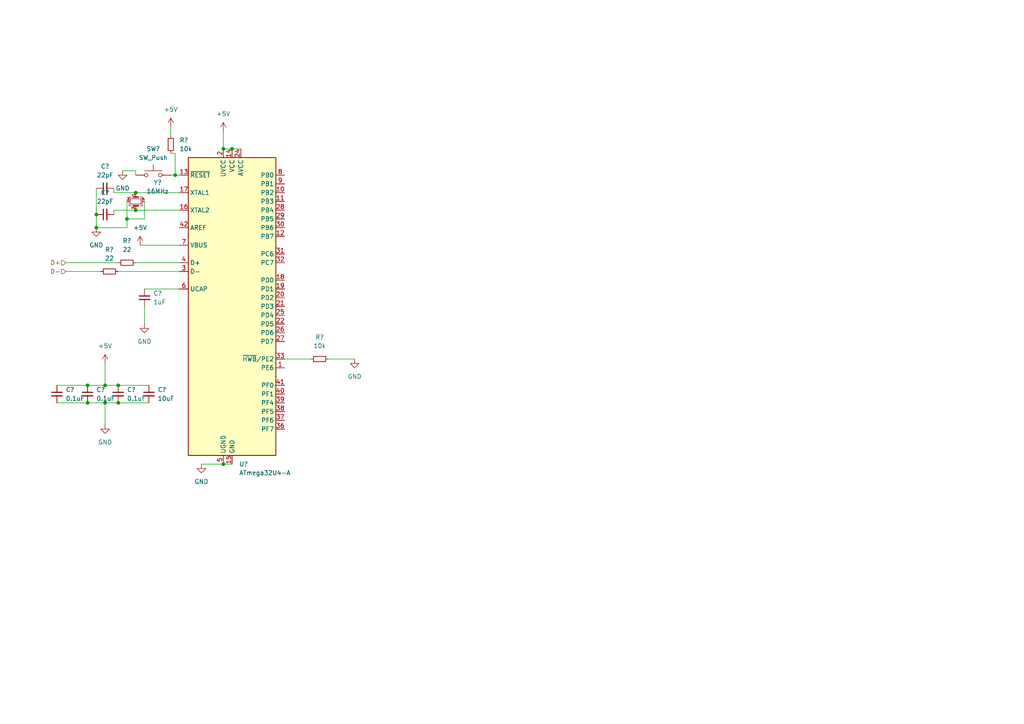
<source format=kicad_sch>
(kicad_sch (version 20211123) (generator eeschema)
  (paper "A4")
  (lib_symbols
    (symbol "Device:C_Small" (pin_numbers hide) (pin_names (offset 0.254) hide)
      (property "Reference" "C" (at 0.254 1.778 0))
      (property "Value" "C_Small" (at 0.254 -2.032 0))
      (symbol "C_Small_0_1"
        (polyline (pts (xy -1.524 -0.508) (xy 1.524 -0.508)) (stroke (width 0.3302)))
        (polyline (pts (xy -1.524 0.508) (xy 1.524 0.508)) (stroke (width 0.3048)))
      )
      (symbol "C_Small_1_1"
        (pin passive line (at 0 2.54 270) (length 2.032) (name "~") (number "1"))
        (pin passive line (at 0 -2.54 90) (length 2.032) (name "~") (number "2"))
      )
    )
    (symbol "Device:Crystal_GND24_Small" (pin_names (offset 1.016) hide)
      (property "Reference" "Y" (at 1.27 4.445 0))
      (property "Value" "Crystal_GND24_Small" (at 1.27 2.54 0))
      (symbol "Crystal_GND24_Small_0_1"
        (rectangle (start -0.762 -1.524) (end 0.762 1.524))
        (polyline (pts (xy -1.27 -0.762) (xy -1.27 0.762)) (stroke (width 0.381)))
        (polyline (pts (xy 1.27 -0.762) (xy 1.27 0.762)) (stroke (width 0.381)))
        (polyline (pts (xy -1.27 -1.27) (xy -1.27 -1.905) (xy 1.27 -1.905) (xy 1.27 -1.27)))
        (polyline (pts (xy -1.27 1.27) (xy -1.27 1.905) (xy 1.27 1.905) (xy 1.27 1.27)))
      )
      (symbol "Crystal_GND24_Small_1_1"
        (pin passive line (at -2.54 0 0) (length 1.27) (name "1") (number "1"))
        (pin passive line (at 0 -2.54 90) (length 0.635) (name "2") (number "2"))
        (pin passive line (at 2.54 0 180) (length 1.27) (name "3") (number "3"))
        (pin passive line (at 0 2.54 270) (length 0.635) (name "4") (number "4"))
      )
    )
    (symbol "Device:R_Small" (pin_numbers hide) (pin_names (offset 0.254) hide)
      (property "Reference" "R" (at 0.762 0.508 0))
      (property "Value" "R_Small" (at 0.762 -1.016 0))
      (symbol "R_Small_0_1"
        (rectangle (start -0.762 1.778) (end 0.762 -1.778) (stroke (width 0.2032)))
      )
      (symbol "R_Small_1_1"
        (pin passive line (at 0 2.54 270) (length 0.762) (name "~") (number "1"))
        (pin passive line (at 0 -2.54 90) (length 0.762) (name "~") (number "2"))
      )
    )
    (symbol "MCU_Microchip_ATmega:ATmega32U4-A"
      (property "Reference" "U" (at -12.7 44.45 0))
      (property "Value" "ATmega32U4-A" (at 2.54 -44.45 0))
      (symbol "ATmega32U4-A_0_1"
        (rectangle (start -12.7 -43.18) (end 12.7 43.18) (stroke (width 0.254)) (fill (type background)))
      )
      (symbol "ATmega32U4-A_1_1"
        (pin bidirectional line (at 15.24 -17.78 180) (length 2.54) (name "PE6") (number "1"))
        (pin bidirectional line (at 15.24 33.02 180) (length 2.54) (name "PB2") (number "10"))
        (pin bidirectional line (at 15.24 30.48 180) (length 2.54) (name "PB3") (number "11"))
        (pin bidirectional line (at 15.24 20.32 180) (length 2.54) (name "PB7") (number "12"))
        (pin input line (at -15.24 38.1 0) (length 2.54) (name "~{RESET}") (number "13"))
        (pin power_in line (at 0 45.72 270) (length 2.54) (name "VCC") (number "14"))
        (pin power_in line (at 0 -45.72 90) (length 2.54) (name "GND") (number "15"))
        (pin output line (at -15.24 27.94 0) (length 2.54) (name "XTAL2") (number "16"))
        (pin input line (at -15.24 33.02 0) (length 2.54) (name "XTAL1") (number "17"))
        (pin bidirectional line (at 15.24 7.62 180) (length 2.54) (name "PD0") (number "18"))
        (pin bidirectional line (at 15.24 5.08 180) (length 2.54) (name "PD1") (number "19"))
        (pin power_in line (at -2.54 45.72 270) (length 2.54) (name "UVCC") (number "2"))
        (pin bidirectional line (at 15.24 2.54 180) (length 2.54) (name "PD2") (number "20"))
        (pin bidirectional line (at 15.24 0 180) (length 2.54) (name "PD3") (number "21"))
        (pin bidirectional line (at 15.24 -5.08 180) (length 2.54) (name "PD5") (number "22"))
        (pin passive line (at 0 -45.72 90) (length 2.54) hide (name "GND") (number "23"))
        (pin power_in line (at 2.54 45.72 270) (length 2.54) (name "AVCC") (number "24"))
        (pin bidirectional line (at 15.24 -2.54 180) (length 2.54) (name "PD4") (number "25"))
        (pin bidirectional line (at 15.24 -7.62 180) (length 2.54) (name "PD6") (number "26"))
        (pin bidirectional line (at 15.24 -10.16 180) (length 2.54) (name "PD7") (number "27"))
        (pin bidirectional line (at 15.24 27.94 180) (length 2.54) (name "PB4") (number "28"))
        (pin bidirectional line (at 15.24 25.4 180) (length 2.54) (name "PB5") (number "29"))
        (pin bidirectional line (at -15.24 10.16 0) (length 2.54) (name "D-") (number "3"))
        (pin bidirectional line (at 15.24 22.86 180) (length 2.54) (name "PB6") (number "30"))
        (pin bidirectional line (at 15.24 15.24 180) (length 2.54) (name "PC6") (number "31"))
        (pin bidirectional line (at 15.24 12.7 180) (length 2.54) (name "PC7") (number "32"))
        (pin bidirectional line (at 15.24 -15.24 180) (length 2.54) (name "~{HWB}/PE2") (number "33"))
        (pin passive line (at 0 45.72 270) (length 2.54) hide (name "VCC") (number "34"))
        (pin passive line (at 0 -45.72 90) (length 2.54) hide (name "GND") (number "35"))
        (pin bidirectional line (at 15.24 -35.56 180) (length 2.54) (name "PF7") (number "36"))
        (pin bidirectional line (at 15.24 -33.02 180) (length 2.54) (name "PF6") (number "37"))
        (pin bidirectional line (at 15.24 -30.48 180) (length 2.54) (name "PF5") (number "38"))
        (pin bidirectional line (at 15.24 -27.94 180) (length 2.54) (name "PF4") (number "39"))
        (pin bidirectional line (at -15.24 12.7 0) (length 2.54) (name "D+") (number "4"))
        (pin bidirectional line (at 15.24 -25.4 180) (length 2.54) (name "PF1") (number "40"))
        (pin bidirectional line (at 15.24 -22.86 180) (length 2.54) (name "PF0") (number "41"))
        (pin passive line (at -15.24 22.86 0) (length 2.54) (name "AREF") (number "42"))
        (pin passive line (at 0 -45.72 90) (length 2.54) hide (name "GND") (number "43"))
        (pin passive line (at 2.54 45.72 270) (length 2.54) hide (name "AVCC") (number "44"))
        (pin passive line (at -2.54 -45.72 90) (length 2.54) (name "UGND") (number "5"))
        (pin passive line (at -15.24 5.08 0) (length 2.54) (name "UCAP") (number "6"))
        (pin input line (at -15.24 17.78 0) (length 2.54) (name "VBUS") (number "7"))
        (pin bidirectional line (at 15.24 38.1 180) (length 2.54) (name "PB0") (number "8"))
        (pin bidirectional line (at 15.24 35.56 180) (length 2.54) (name "PB1") (number "9"))
      )
    )
    (symbol "Switch:SW_Push" (pin_numbers hide) (pin_names (offset 1.016) hide)
      (property "Reference" "SW" (at 1.27 2.54 0))
      (property "Value" "SW_Push" (at 0 -1.524 0))
      (symbol "SW_Push_0_1"
        (circle (center -2.032 0) (radius 0.508))
        (polyline (pts (xy 0 1.27) (xy 0 3.048)))
        (polyline (pts (xy 2.54 1.27) (xy -2.54 1.27)))
        (circle (center 2.032 0) (radius 0.508))
        (pin passive line (at -5.08 0 0) (length 2.54) (name "1") (number "1"))
        (pin passive line (at 5.08 0 180) (length 2.54) (name "2") (number "2"))
      )
    )
    (symbol "power:+5V" (power) (pin_names (offset 0))
      (property "Value" "+5V" (at 0 3.556 0))
      (symbol "+5V_0_1"
        (polyline (pts (xy -0.762 1.27) (xy 0 2.54)))
        (polyline (pts (xy 0 0) (xy 0 2.54)))
        (polyline (pts (xy 0 2.54) (xy 0.762 1.27)))
      )
      (symbol "+5V_1_1"
        (pin power_in line (at 0 0 90) (length 0) hide (name "+5V") (number "1"))
      )
    )
    (symbol "power:GND" (power) (pin_names (offset 0))
      (property "Value" "GND" (at 0 -3.81 0))
      (symbol "GND_0_1"
        (polyline (pts (xy 0 0) (xy 0 -1.27) (xy 1.27 -1.27) (xy 0 -2.54) (xy -1.27 -1.27) (xy 0 -1.27)))
      )
      (symbol "GND_1_1"
        (pin power_in line (at 0 0 270) (length 0) hide (name "GND") (number "1"))
      )
    )
  )
  (junction (at 27.94 62.23))
  (junction (at 39.37 55.88))
  (junction (at 67.31 43.18))
  (junction (at 50.8 50.8))
  (junction (at 27.94 66.04))
  (junction (at 34.29 111.76))
  (junction (at 36.83 63.5))
  (junction (at 64.77 134.62))
  (junction (at 30.48 116.84))
  (junction (at 39.37 60.96))
  (junction (at 25.4 111.76))
  (junction (at 25.4 116.84))
  (junction (at 34.29 116.84))
  (junction (at 64.77 43.18))
  (junction (at 30.48 111.76))
  (wire (pts (xy 49.53 36.83) (xy 49.53 39.37)))
  (wire (pts (xy 49.53 50.8) (xy 50.8 50.8)))
  (wire (pts (xy 82.55 104.14) (xy 90.17 104.14)))
  (wire (pts (xy 41.91 83.82) (xy 52.07 83.82)))
  (wire (pts (xy 35.56 49.53) (xy 39.37 49.53)))
  (wire (pts (xy 40.64 71.12) (xy 52.07 71.12)))
  (wire (pts (xy 95.25 104.14) (xy 102.87 104.14)))
  (wire (pts (xy 36.83 63.5) (xy 41.91 63.5)))
  (wire (pts (xy 36.83 58.42) (xy 36.83 63.5)))
  (wire (pts (xy 39.37 55.88) (xy 33.02 55.88)))
  (wire (pts (xy 33.02 60.96) (xy 33.02 62.23)))
  (wire (pts (xy 39.37 50.8) (xy 39.37 49.53)))
  (wire (pts (xy 27.94 62.23) (xy 27.94 66.04)))
  (wire (pts (xy 64.77 134.62) (xy 67.31 134.62)))
  (wire (pts (xy 33.02 54.61) (xy 33.02 55.88)))
  (wire (pts (xy 16.51 116.84) (xy 25.4 116.84)))
  (wire (pts (xy 30.48 105.41) (xy 30.48 111.76)))
  (wire (pts (xy 19.05 78.74) (xy 29.21 78.74)))
  (wire (pts (xy 50.8 44.45) (xy 49.53 44.45)))
  (wire (pts (xy 64.77 43.18) (xy 67.31 43.18)))
  (wire (pts (xy 34.29 111.76) (xy 43.18 111.76)))
  (wire (pts (xy 39.37 60.96) (xy 33.02 60.96)))
  (wire (pts (xy 39.37 60.96) (xy 52.07 60.96)))
  (wire (pts (xy 16.51 111.76) (xy 25.4 111.76)))
  (wire (pts (xy 64.77 134.62) (xy 58.42 134.62)))
  (wire (pts (xy 30.48 123.19) (xy 30.48 116.84)))
  (wire (pts (xy 30.48 111.76) (xy 34.29 111.76)))
  (wire (pts (xy 34.29 116.84) (xy 43.18 116.84)))
  (wire (pts (xy 25.4 116.84) (xy 30.48 116.84)))
  (wire (pts (xy 34.29 78.74) (xy 52.07 78.74)))
  (wire (pts (xy 39.37 76.2) (xy 52.07 76.2)))
  (wire (pts (xy 36.83 63.5) (xy 36.83 66.04)))
  (wire (pts (xy 27.94 54.61) (xy 27.94 62.23)))
  (wire (pts (xy 50.8 50.8) (xy 52.07 50.8)))
  (wire (pts (xy 25.4 111.76) (xy 30.48 111.76)))
  (wire (pts (xy 19.05 76.2) (xy 34.29 76.2)))
  (wire (pts (xy 41.91 88.9) (xy 41.91 93.98)))
  (wire (pts (xy 41.91 58.42) (xy 41.91 63.5)))
  (wire (pts (xy 39.37 55.88) (xy 52.07 55.88)))
  (wire (pts (xy 27.94 66.04) (xy 36.83 66.04)))
  (wire (pts (xy 67.31 43.18) (xy 69.85 43.18)))
  (wire (pts (xy 30.48 116.84) (xy 34.29 116.84)))
  (wire (pts (xy 50.8 50.8) (xy 50.8 44.45)))
  (wire (pts (xy 64.77 38.1) (xy 64.77 43.18)))
  (hierarchical_label "D+" (shape input) (at 19.05 76.2 180))
  (hierarchical_label "D-" (shape input) (at 19.05 78.74 180))
  (symbol (lib_id "Device:C_Small") (at 16.51 114.3 0) (unit 1)
    (property "Reference" "C?" (at 19.05 113.0362 0) (effects (justify left)))
    (property "Value" "0.1uF" (at 19.05 115.5762 0) (effects (justify left)))
  )
  (symbol (lib_id "power:GND") (at 41.91 93.98 0) (unit 1)
    (property "Reference" "#PWR?" (effects hide))
    (property "Value" "GND" (at 41.91 99.06 0))
  )
  (symbol (lib_id "Device:C_Small") (at 41.91 86.36 0) (unit 1)
    (property "Reference" "C?" (at 44.45 85.0962 0) (effects (justify left)))
    (property "Value" "1uF" (at 44.45 87.6362 0) (effects (justify left)))
  )
  (symbol (lib_id "Device:C_Small") (at 43.18 114.3 0) (unit 1)
    (property "Reference" "C?" (at 45.72 113.0362 0) (effects (justify left)))
    (property "Value" "10uF" (at 45.72 115.5762 0) (effects (justify left)))
  )
  (symbol (lib_id "power:GND") (at 102.87 104.14 0) (unit 1)
    (property "Reference" "#PWR?" (effects hide))
    (property "Value" "GND" (at 102.87 109.22 0))
  )
  (symbol (lib_id "power:+5V") (at 64.77 38.1 0) (unit 1)
    (property "Reference" "#PWR?" (effects hide))
    (property "Value" "+5V" (at 64.77 33.02 0))
  )
  (symbol (lib_id "power:+5V") (at 49.53 36.83 0) (unit 1)
    (property "Reference" "#PWR?" (effects hide))
    (property "Value" "+5V" (at 49.53 31.75 0))
  )
  (symbol (lib_id "MCU_Microchip_ATmega:ATmega32U4-A") (at 67.31 88.9 0) (unit 1)
    (property "Reference" "U?" (at 69.3294 134.62 0) (effects (justify left)))
    (property "Value" "ATmega32U4-A" (at 69.3294 137.16 0) (effects (justify left)))
    (property "Footprint" "Package_QFP:TQFP-44_10x10mm_P0.8mm" (effects hide))
    (property "Datasheet" "http://ww1.microchip.com/downloads/en/DeviceDoc/Atmel-7766-8-bit-AVR-ATmega16U4-32U4_Datasheet.pdf" (effects hide))
  )
  (symbol (lib_id "Device:C_Small") (at 30.48 62.23 90) (unit 1)
    (property "Reference" "C?" (at 30.4863 55.88 90))
    (property "Value" "22pF" (at 30.4863 58.42 90))
  )
  (symbol (lib_id "power:+5V") (at 30.48 105.41 0) (unit 1)
    (property "Reference" "#PWR?" (effects hide))
    (property "Value" "+5V" (at 30.48 100.33 0))
  )
  (symbol (lib_id "power:GND") (at 58.42 134.62 0) (unit 1)
    (property "Reference" "#PWR?" (effects hide))
    (property "Value" "GND" (at 58.42 139.7 0))
  )
  (symbol (lib_id "power:GND") (at 30.48 123.19 0) (unit 1)
    (property "Reference" "#PWR?" (effects hide))
    (property "Value" "GND" (at 30.48 128.27 0))
  )
  (symbol (lib_id "power:+5V") (at 40.64 71.12 0) (unit 1)
    (property "Reference" "#PWR?" (effects hide))
    (property "Value" "+5V" (at 40.64 66.04 0))
  )
  (symbol (lib_id "Device:C_Small") (at 30.48 54.61 90) (unit 1)
    (property "Reference" "C?" (at 30.4863 48.26 90))
    (property "Value" "22pF" (at 30.4863 50.8 90))
  )
  (symbol (lib_id "Device:R_Small") (at 49.53 41.91 0) (unit 1)
    (property "Reference" "R?" (at 52.07 40.6399 0) (effects (justify left)))
    (property "Value" "10k" (at 52.07 43.1799 0) (effects (justify left)))
  )
  (symbol (lib_id "Device:Crystal_GND24_Small") (at 39.37 58.42 270) (unit 1)
    (property "Reference" "Y?" (at 45.72 52.9588 90))
    (property "Value" "16MHz" (at 45.72 55.4988 90))
  )
  (symbol (lib_id "power:GND") (at 35.56 49.53 0) (unit 1)
    (property "Reference" "#PWR?" (effects hide))
    (property "Value" "GND" (at 35.56 54.61 0))
  )
  (symbol (lib_id "power:GND") (at 27.94 66.04 0) (unit 1)
    (property "Reference" "#PWR?" (effects hide))
    (property "Value" "GND" (at 27.94 71.12 0))
  )
  (symbol (lib_id "Device:C_Small") (at 25.4 114.3 0) (unit 1)
    (property "Reference" "C?" (at 27.94 113.0362 0) (effects (justify left)))
    (property "Value" "0.1uF" (at 27.94 115.5762 0) (effects (justify left)))
  )
  (symbol (lib_id "Device:R_Small") (at 31.75 78.74 90) (unit 1)
    (property "Reference" "R?" (at 31.75 72.39 90))
    (property "Value" "22" (at 31.75 74.93 90))
  )
  (symbol (lib_id "Device:C_Small") (at 34.29 114.3 0) (unit 1)
    (property "Reference" "C?" (at 36.83 113.0362 0) (effects (justify left)))
    (property "Value" "0.1uF" (at 36.83 115.5762 0) (effects (justify left)))
  )
  (symbol (lib_id "Device:R_Small") (at 92.71 104.14 90) (unit 1)
    (property "Reference" "R?" (at 92.71 97.79 90))
    (property "Value" "10k" (at 92.71 100.33 90))
  )
  (symbol (lib_id "Device:R_Small") (at 36.83 76.2 90) (unit 1)
    (property "Reference" "R?" (at 36.83 69.85 90))
    (property "Value" "22" (at 36.83 72.39 90))
  )
  (symbol (lib_id "Switch:SW_Push") (at 44.45 50.8 0) (unit 1)
    (property "Reference" "SW?" (at 44.45 43.18 0))
    (property "Value" "SW_Push" (at 44.45 45.72 0))
  )
)
</source>
